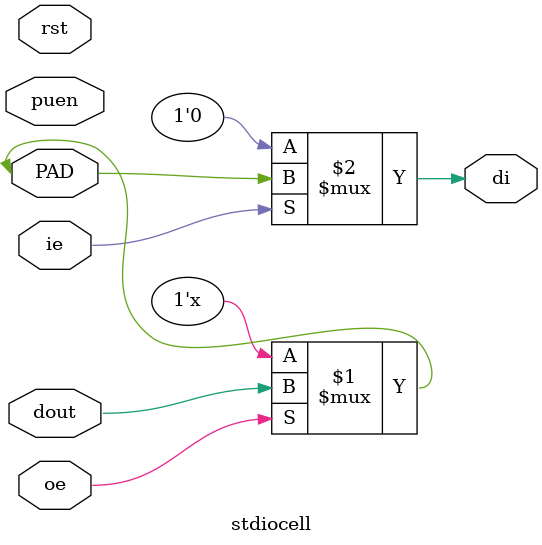
<source format=v>
module stdiocell (/*AUTOARG*/
   // Outputs
   di,
   // Inouts
   PAD,
   // Inputs
   dout, oe, ie, puen, rst
   );

   
   output di;
   input  dout;
   input  oe;
   input  ie;
   input  puen;   
   inout  PAD;
   input  rst;
   

   /*AUTOINPUT*/
   /*AUTOOUTPUT*/

   /*AUTOREG*/
   /*AUTOWIRE*/

   assign PAD = oe ? dout : 1'bz;
   assign di = ie ? PAD : 1'b0;


endmodule // stdiocell
/*
 Local Variables:
 verilog-library-directories:(
 "."
 )
 End:
 */

</source>
